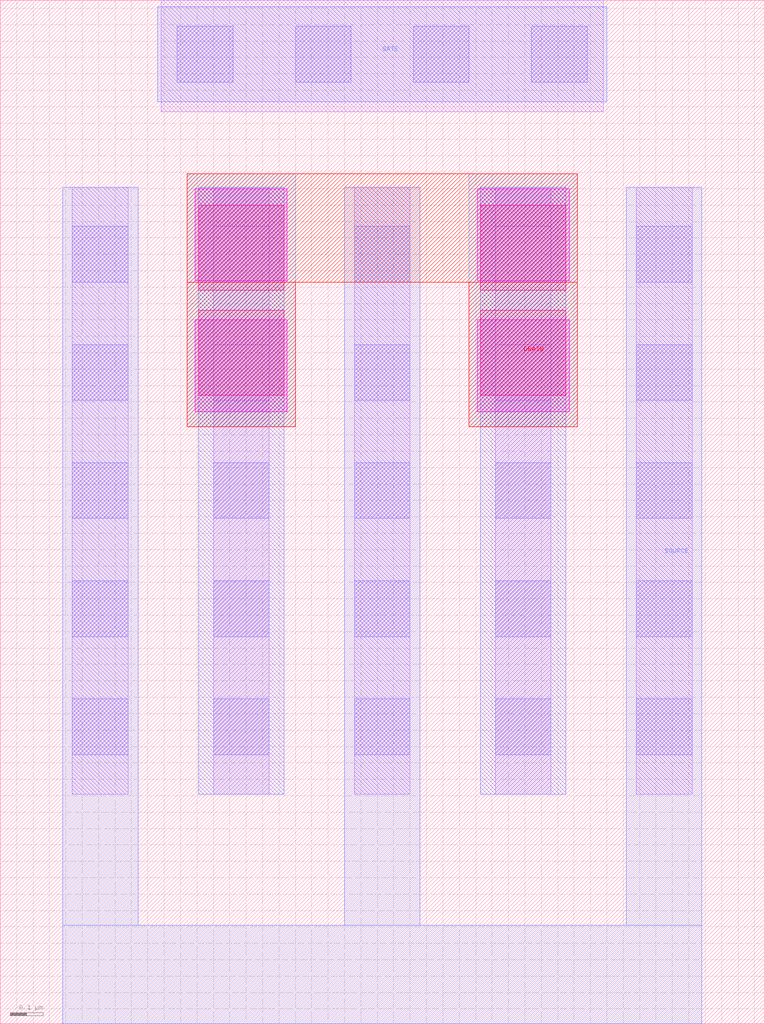
<source format=lef>
# Copyright 2020 The SkyWater PDK Authors
#
# Licensed under the Apache License, Version 2.0 (the "License");
# you may not use this file except in compliance with the License.
# You may obtain a copy of the License at
#
#     https://www.apache.org/licenses/LICENSE-2.0
#
# Unless required by applicable law or agreed to in writing, software
# distributed under the License is distributed on an "AS IS" BASIS,
# WITHOUT WARRANTIES OR CONDITIONS OF ANY KIND, either express or implied.
# See the License for the specific language governing permissions and
# limitations under the License.
#
# SPDX-License-Identifier: Apache-2.0

VERSION 5.7 ;
  NOWIREEXTENSIONATPIN ON ;
  DIVIDERCHAR "/" ;
  BUSBITCHARS "[]" ;
MACRO sky130_fd_pr__rf_pfet_01v8_aF04W2p00L0p15
  CLASS BLOCK ;
  FOREIGN sky130_fd_pr__rf_pfet_01v8_aF04W2p00L0p15 ;
  ORIGIN  0.000000  0.445000 ;
  SIZE  2.330000 BY  3.120000 ;
  PIN DRAIN
    ANTENNADIFFAREA  1.120000 ;
    PORT
      LAYER met3 ;
        RECT 0.570000 1.375000 0.900000 1.815000 ;
        RECT 0.570000 1.815000 1.760000 2.145000 ;
        RECT 1.430000 1.375000 1.760000 1.815000 ;
    END
  END DRAIN
  PIN GATE
    ANTENNAGATEAREA  1.200000 ;
    PORT
      LAYER met1 ;
        RECT 0.480000 2.365000 1.850000 2.655000 ;
    END
  END GATE
  PIN SOURCE
    ANTENNADIFFAREA  1.620000 ;
    PORT
      LAYER met1 ;
        RECT 0.190000 -0.445000 2.140000 -0.145000 ;
        RECT 0.190000 -0.145000 0.420000  2.105000 ;
        RECT 1.050000 -0.145000 1.280000  2.105000 ;
        RECT 1.910000 -0.145000 2.140000  2.105000 ;
    END
  END SOURCE
  OBS
    LAYER li1 ;
      RECT 0.220000 0.255000 0.390000 2.105000 ;
      RECT 0.490000 2.335000 1.840000 2.675000 ;
      RECT 0.650000 0.255000 0.820000 2.105000 ;
      RECT 1.080000 0.255000 1.250000 2.105000 ;
      RECT 1.510000 0.255000 1.680000 2.105000 ;
      RECT 1.940000 0.255000 2.110000 2.105000 ;
    LAYER mcon ;
      RECT 0.220000 0.375000 0.390000 0.545000 ;
      RECT 0.220000 0.735000 0.390000 0.905000 ;
      RECT 0.220000 1.095000 0.390000 1.265000 ;
      RECT 0.220000 1.455000 0.390000 1.625000 ;
      RECT 0.220000 1.815000 0.390000 1.985000 ;
      RECT 0.540000 2.425000 0.710000 2.595000 ;
      RECT 0.650000 0.375000 0.820000 0.545000 ;
      RECT 0.650000 0.735000 0.820000 0.905000 ;
      RECT 0.650000 1.095000 0.820000 1.265000 ;
      RECT 0.650000 1.455000 0.820000 1.625000 ;
      RECT 0.650000 1.815000 0.820000 1.985000 ;
      RECT 0.900000 2.425000 1.070000 2.595000 ;
      RECT 1.080000 0.375000 1.250000 0.545000 ;
      RECT 1.080000 0.735000 1.250000 0.905000 ;
      RECT 1.080000 1.095000 1.250000 1.265000 ;
      RECT 1.080000 1.455000 1.250000 1.625000 ;
      RECT 1.080000 1.815000 1.250000 1.985000 ;
      RECT 1.260000 2.425000 1.430000 2.595000 ;
      RECT 1.510000 0.375000 1.680000 0.545000 ;
      RECT 1.510000 0.735000 1.680000 0.905000 ;
      RECT 1.510000 1.095000 1.680000 1.265000 ;
      RECT 1.510000 1.455000 1.680000 1.625000 ;
      RECT 1.510000 1.815000 1.680000 1.985000 ;
      RECT 1.620000 2.425000 1.790000 2.595000 ;
      RECT 1.940000 0.375000 2.110000 0.545000 ;
      RECT 1.940000 0.735000 2.110000 0.905000 ;
      RECT 1.940000 1.095000 2.110000 1.265000 ;
      RECT 1.940000 1.455000 2.110000 1.625000 ;
      RECT 1.940000 1.815000 2.110000 1.985000 ;
    LAYER met1 ;
      RECT 0.605000 0.255000 0.865000 2.105000 ;
      RECT 1.465000 0.255000 1.725000 2.105000 ;
    LAYER met2 ;
      RECT 0.570000 1.375000 0.900000 2.145000 ;
      RECT 1.430000 1.375000 1.760000 2.145000 ;
    LAYER via ;
      RECT 0.605000 1.470000 0.865000 1.730000 ;
      RECT 0.605000 1.790000 0.865000 2.050000 ;
      RECT 1.465000 1.470000 1.725000 1.730000 ;
      RECT 1.465000 1.790000 1.725000 2.050000 ;
    LAYER via2 ;
      RECT 0.595000 1.420000 0.875000 1.700000 ;
      RECT 0.595000 1.820000 0.875000 2.100000 ;
      RECT 1.455000 1.420000 1.735000 1.700000 ;
      RECT 1.455000 1.820000 1.735000 2.100000 ;
  END
END sky130_fd_pr__rf_pfet_01v8_aF04W2p00L0p15
END LIBRARY

</source>
